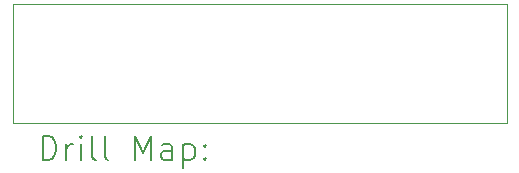
<source format=gbr>
%FSLAX45Y45*%
G04 Gerber Fmt 4.5, Leading zero omitted, Abs format (unit mm)*
G04 Created by KiCad (PCBNEW (6.0.5)) date 2022-06-09 17:01:12*
%MOMM*%
%LPD*%
G01*
G04 APERTURE LIST*
%TA.AperFunction,Profile*%
%ADD10C,0.100000*%
%TD*%
%ADD11C,0.200000*%
G04 APERTURE END LIST*
D10*
X1950000Y-1760000D02*
X6130000Y-1760000D01*
X6130000Y-1760000D02*
X6130000Y-2760000D01*
X6130000Y-2760000D02*
X1950000Y-2760000D01*
X1950000Y-2760000D02*
X1950000Y-1760000D01*
D11*
X2202619Y-3075476D02*
X2202619Y-2875476D01*
X2250238Y-2875476D01*
X2278810Y-2885000D01*
X2297857Y-2904048D01*
X2307381Y-2923095D01*
X2316905Y-2961190D01*
X2316905Y-2989762D01*
X2307381Y-3027857D01*
X2297857Y-3046905D01*
X2278810Y-3065952D01*
X2250238Y-3075476D01*
X2202619Y-3075476D01*
X2402619Y-3075476D02*
X2402619Y-2942143D01*
X2402619Y-2980238D02*
X2412143Y-2961190D01*
X2421667Y-2951667D01*
X2440714Y-2942143D01*
X2459762Y-2942143D01*
X2526429Y-3075476D02*
X2526429Y-2942143D01*
X2526429Y-2875476D02*
X2516905Y-2885000D01*
X2526429Y-2894524D01*
X2535952Y-2885000D01*
X2526429Y-2875476D01*
X2526429Y-2894524D01*
X2650238Y-3075476D02*
X2631190Y-3065952D01*
X2621667Y-3046905D01*
X2621667Y-2875476D01*
X2755000Y-3075476D02*
X2735952Y-3065952D01*
X2726429Y-3046905D01*
X2726429Y-2875476D01*
X2983571Y-3075476D02*
X2983571Y-2875476D01*
X3050238Y-3018333D01*
X3116905Y-2875476D01*
X3116905Y-3075476D01*
X3297857Y-3075476D02*
X3297857Y-2970714D01*
X3288333Y-2951667D01*
X3269286Y-2942143D01*
X3231190Y-2942143D01*
X3212143Y-2951667D01*
X3297857Y-3065952D02*
X3278809Y-3075476D01*
X3231190Y-3075476D01*
X3212143Y-3065952D01*
X3202619Y-3046905D01*
X3202619Y-3027857D01*
X3212143Y-3008809D01*
X3231190Y-2999286D01*
X3278809Y-2999286D01*
X3297857Y-2989762D01*
X3393095Y-2942143D02*
X3393095Y-3142143D01*
X3393095Y-2951667D02*
X3412143Y-2942143D01*
X3450238Y-2942143D01*
X3469286Y-2951667D01*
X3478809Y-2961190D01*
X3488333Y-2980238D01*
X3488333Y-3037381D01*
X3478809Y-3056428D01*
X3469286Y-3065952D01*
X3450238Y-3075476D01*
X3412143Y-3075476D01*
X3393095Y-3065952D01*
X3574048Y-3056428D02*
X3583571Y-3065952D01*
X3574048Y-3075476D01*
X3564524Y-3065952D01*
X3574048Y-3056428D01*
X3574048Y-3075476D01*
X3574048Y-2951667D02*
X3583571Y-2961190D01*
X3574048Y-2970714D01*
X3564524Y-2961190D01*
X3574048Y-2951667D01*
X3574048Y-2970714D01*
M02*

</source>
